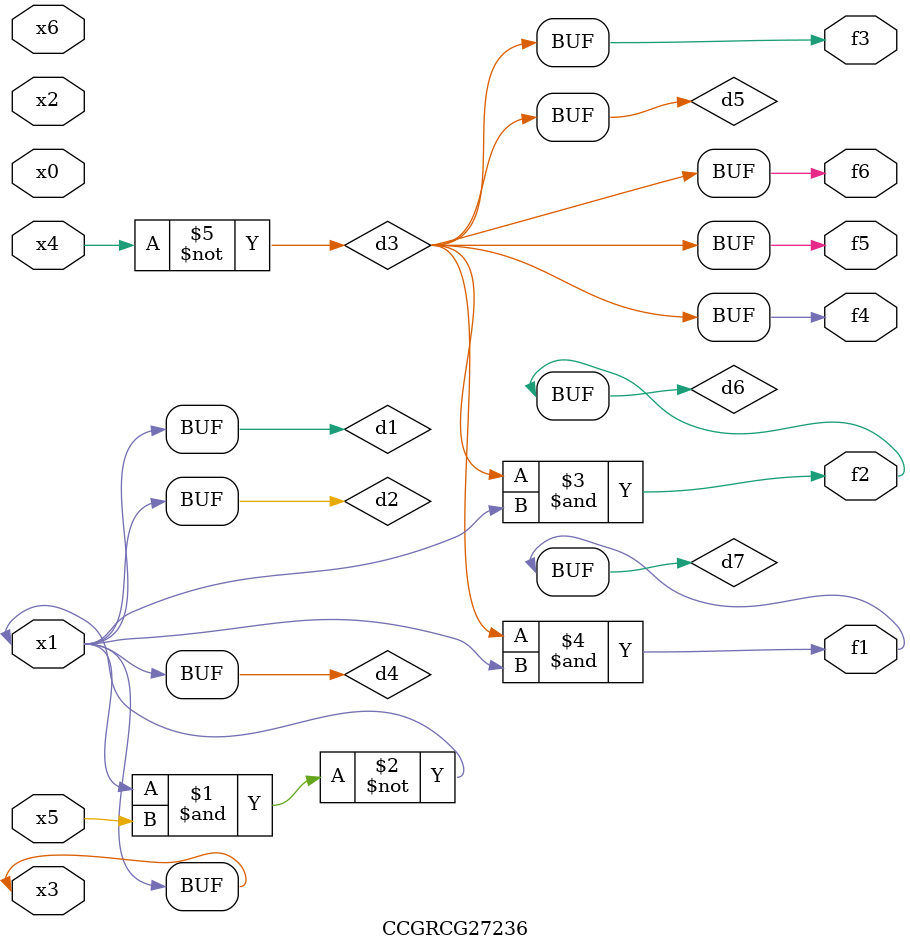
<source format=v>
module CCGRCG27236(
	input x0, x1, x2, x3, x4, x5, x6,
	output f1, f2, f3, f4, f5, f6
);

	wire d1, d2, d3, d4, d5, d6, d7;

	buf (d1, x1, x3);
	nand (d2, x1, x5);
	not (d3, x4);
	buf (d4, d1, d2);
	buf (d5, d3);
	and (d6, d3, d4);
	and (d7, d3, d4);
	assign f1 = d7;
	assign f2 = d6;
	assign f3 = d5;
	assign f4 = d5;
	assign f5 = d5;
	assign f6 = d5;
endmodule

</source>
